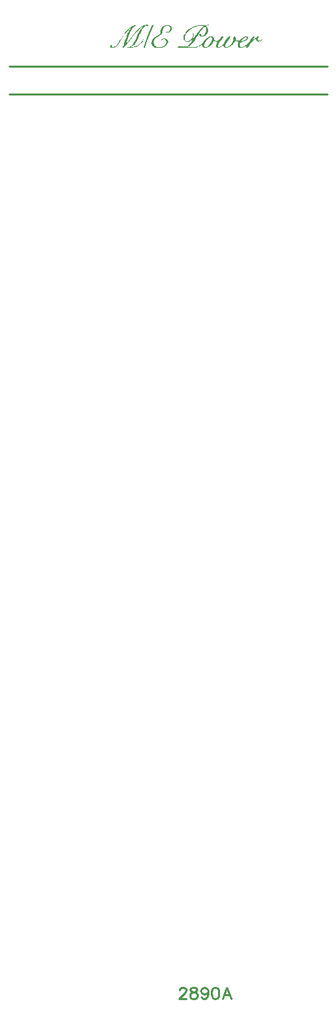
<source format=gto>
G04 Layer: TopSilkscreenLayer*
G04 EasyEDA v6.5.29, 2023-07-18 11:26:45*
G04 dee4f192ebb34c66a732ff03969ef4b9,5a6b42c53f6a479593ecc07194224c93,10*
G04 Gerber Generator version 0.2*
G04 Scale: 100 percent, Rotated: No, Reflected: No *
G04 Dimensions in millimeters *
G04 leading zeros omitted , absolute positions ,4 integer and 5 decimal *
%FSLAX45Y45*%
%MOMM*%

%ADD10C,0.2540*%

%LPD*%
G36*
X2544622Y12710160D02*
G01*
X2537256Y12708229D01*
X2523998Y12703657D01*
X2514295Y12700609D01*
X2506370Y12699187D01*
X2499258Y12699238D01*
X2488336Y12701524D01*
X2479294Y12702692D01*
X2468473Y12703251D01*
X2456281Y12703149D01*
X2443175Y12702489D01*
X2429560Y12701219D01*
X2415844Y12699492D01*
X2402484Y12697307D01*
X2389835Y12694615D01*
X2378405Y12691618D01*
X2366619Y12687554D01*
X2353564Y12682270D01*
X2340914Y12676378D01*
X2328621Y12669926D01*
X2316886Y12662916D01*
X2305608Y12655499D01*
X2294940Y12647625D01*
X2284882Y12639395D01*
X2275484Y12630810D01*
X2266797Y12622022D01*
X2258872Y12612979D01*
X2251811Y12603784D01*
X2245563Y12594488D01*
X2240280Y12585090D01*
X2237943Y12580416D01*
X2234133Y12571018D01*
X2232558Y12566345D01*
X2231288Y12561671D01*
X2229561Y12552426D01*
X2229002Y12543383D01*
X2229205Y12537592D01*
X2229815Y12532156D01*
X2230780Y12527026D01*
X2232101Y12522200D01*
X2233777Y12517780D01*
X2235708Y12513614D01*
X2237994Y12509855D01*
X2240584Y12506350D01*
X2243378Y12503251D01*
X2246426Y12500406D01*
X2249728Y12497968D01*
X2253234Y12495834D01*
X2256891Y12494006D01*
X2260752Y12492532D01*
X2264714Y12491364D01*
X2268829Y12490551D01*
X2273096Y12490094D01*
X2277414Y12489942D01*
X2281783Y12490094D01*
X2286254Y12490602D01*
X2290724Y12491466D01*
X2295245Y12492634D01*
X2299766Y12494107D01*
X2304237Y12495936D01*
X2308656Y12498120D01*
X2313076Y12500610D01*
X2317394Y12503404D01*
X2321560Y12506553D01*
X2325674Y12510058D01*
X2329637Y12513868D01*
X2333447Y12517983D01*
X2337104Y12522454D01*
X2340559Y12527280D01*
X2343810Y12532410D01*
X2346807Y12537897D01*
X2349550Y12543688D01*
X2352446Y12551257D01*
X2354681Y12559639D01*
X2356358Y12568224D01*
X2357374Y12576606D01*
X2357678Y12584176D01*
X2357221Y12590424D01*
X2356002Y12594945D01*
X2353919Y12597130D01*
X2351786Y12596825D01*
X2350363Y12594031D01*
X2349500Y12588544D01*
X2348992Y12574066D01*
X2348280Y12568021D01*
X2347061Y12562078D01*
X2345436Y12556185D01*
X2343404Y12550444D01*
X2340965Y12544856D01*
X2338171Y12539472D01*
X2335022Y12534239D01*
X2331567Y12529312D01*
X2327808Y12524638D01*
X2323846Y12520218D01*
X2319578Y12516205D01*
X2315159Y12512497D01*
X2310485Y12509144D01*
X2305710Y12506248D01*
X2300732Y12503810D01*
X2295652Y12501829D01*
X2290521Y12500305D01*
X2285288Y12499340D01*
X2280056Y12498933D01*
X2273960Y12499035D01*
X2268575Y12499594D01*
X2263851Y12500660D01*
X2259838Y12502235D01*
X2256434Y12504470D01*
X2253589Y12507315D01*
X2251252Y12510820D01*
X2249474Y12515088D01*
X2248204Y12520066D01*
X2247341Y12525857D01*
X2246934Y12532512D01*
X2246833Y12540081D01*
X2247493Y12551410D01*
X2249119Y12562230D01*
X2250338Y12567412D01*
X2251811Y12572492D01*
X2253589Y12577521D01*
X2257907Y12587325D01*
X2263495Y12596926D01*
X2266746Y12601651D01*
X2274265Y12611150D01*
X2278481Y12615926D01*
X2288082Y12625527D01*
X2299055Y12635433D01*
X2309774Y12644120D01*
X2319578Y12651079D01*
X2330145Y12657734D01*
X2341321Y12663932D01*
X2352954Y12669723D01*
X2364994Y12675057D01*
X2377236Y12679883D01*
X2389682Y12684150D01*
X2402078Y12687808D01*
X2414371Y12690906D01*
X2426462Y12693294D01*
X2438196Y12695072D01*
X2449474Y12696088D01*
X2460142Y12696342D01*
X2470150Y12695834D01*
X2479294Y12694462D01*
X2483561Y12693446D01*
X2487777Y12691922D01*
X2488285Y12689840D01*
X2484577Y12686182D01*
X2467203Y12673177D01*
X2461361Y12668199D01*
X2455468Y12662763D01*
X2449474Y12656667D01*
X2443276Y12649911D01*
X2436723Y12642342D01*
X2429814Y12633807D01*
X2414574Y12613690D01*
X2396794Y12588697D01*
X2350668Y12520879D01*
X2338984Y12504166D01*
X2328164Y12489180D01*
X2318258Y12475921D01*
X2309164Y12464288D01*
X2300833Y12454331D01*
X2293315Y12445949D01*
X2286558Y12439091D01*
X2280462Y12433757D01*
X2275027Y12429896D01*
X2270252Y12427458D01*
X2268118Y12426797D01*
X2265426Y12426442D01*
X2255926Y12426645D01*
X2242210Y12427864D01*
X2225954Y12429896D01*
X2207260Y12432741D01*
X2190292Y12434824D01*
X2177592Y12435636D01*
X2172716Y12435535D01*
X2168804Y12435078D01*
X2165756Y12434316D01*
X2161641Y12432334D01*
X2158390Y12429591D01*
X2156002Y12426442D01*
X2154631Y12423038D01*
X2154275Y12419736D01*
X2155088Y12416739D01*
X2157018Y12414300D01*
X2160219Y12412675D01*
X2168093Y12412116D01*
X2186025Y12411659D01*
X2211933Y12411405D01*
X2270506Y12411456D01*
X2392476Y12412319D01*
X2423160Y12426848D01*
X2434183Y12432639D01*
X2444597Y12438583D01*
X2453132Y12443968D01*
X2469489Y12456261D01*
X2469489Y12445085D01*
X2469737Y12443002D01*
X2495804Y12443002D01*
X2496058Y12448286D01*
X2496820Y12453772D01*
X2498039Y12459462D01*
X2499715Y12465253D01*
X2501798Y12471095D01*
X2504287Y12477038D01*
X2510231Y12488926D01*
X2517394Y12500559D01*
X2521305Y12506198D01*
X2525420Y12511633D01*
X2534158Y12521844D01*
X2538679Y12526568D01*
X2543302Y12530886D01*
X2547975Y12534900D01*
X2552700Y12538506D01*
X2557373Y12541605D01*
X2561996Y12544298D01*
X2566568Y12546431D01*
X2571038Y12548006D01*
X2575356Y12548971D01*
X2579522Y12549276D01*
X2584450Y12548819D01*
X2588209Y12547346D01*
X2591054Y12544755D01*
X2593035Y12541046D01*
X2594102Y12537084D01*
X2594508Y12532614D01*
X2594406Y12527737D01*
X2593695Y12522454D01*
X2592527Y12516866D01*
X2590850Y12511024D01*
X2588717Y12504928D01*
X2586228Y12498730D01*
X2583383Y12492380D01*
X2576626Y12479629D01*
X2572867Y12473330D01*
X2564688Y12461138D01*
X2560320Y12455347D01*
X2555849Y12449860D01*
X2551226Y12444730D01*
X2546604Y12440005D01*
X2541981Y12435687D01*
X2537307Y12431928D01*
X2532735Y12428728D01*
X2528214Y12426137D01*
X2523845Y12424257D01*
X2519629Y12423089D01*
X2512923Y12422073D01*
X2507538Y12421768D01*
X2503373Y12422428D01*
X2500274Y12424054D01*
X2498090Y12426848D01*
X2496718Y12430810D01*
X2496007Y12436195D01*
X2495804Y12443002D01*
X2469737Y12443002D01*
X2470099Y12439954D01*
X2471775Y12434265D01*
X2474264Y12428677D01*
X2477262Y12423952D01*
X2482037Y12418771D01*
X2487371Y12415774D01*
X2494788Y12414402D01*
X2505964Y12414046D01*
X2516276Y12414554D01*
X2521204Y12415215D01*
X2525979Y12416129D01*
X2535224Y12418771D01*
X2539695Y12420498D01*
X2544064Y12422530D01*
X2548534Y12424918D01*
X2553106Y12427712D01*
X2557780Y12430912D01*
X2567279Y12438278D01*
X2576626Y12446711D01*
X2585567Y12455855D01*
X2593746Y12465354D01*
X2600807Y12474905D01*
X2606446Y12484201D01*
X2608630Y12488621D01*
X2617216Y12507620D01*
X2626512Y12500305D01*
X2631440Y12497257D01*
X2637332Y12494971D01*
X2643886Y12493498D01*
X2650642Y12492939D01*
X2665476Y12492939D01*
X2657449Y12479934D01*
X2653487Y12473076D01*
X2650286Y12466523D01*
X2647797Y12460224D01*
X2646019Y12454229D01*
X2645003Y12448438D01*
X2644749Y12442850D01*
X2645156Y12437414D01*
X2646273Y12432182D01*
X2647950Y12427051D01*
X2649880Y12422936D01*
X2652166Y12419787D01*
X2655062Y12417450D01*
X2658719Y12415875D01*
X2663342Y12414808D01*
X2669133Y12414300D01*
X2676245Y12414097D01*
X2682748Y12414351D01*
X2688640Y12415164D01*
X2694178Y12416688D01*
X2699664Y12419076D01*
X2705303Y12422428D01*
X2711399Y12426899D01*
X2718206Y12432639D01*
X2740050Y12453162D01*
X2740050Y12441123D01*
X2740456Y12436043D01*
X2741625Y12431471D01*
X2743606Y12427356D01*
X2746248Y12423749D01*
X2749499Y12420701D01*
X2753410Y12418161D01*
X2757830Y12416129D01*
X2762758Y12414707D01*
X2768142Y12413792D01*
X2773934Y12413488D01*
X2780080Y12413742D01*
X2786532Y12414605D01*
X2793238Y12416078D01*
X2800146Y12418161D01*
X2807258Y12420854D01*
X2814421Y12424206D01*
X2818688Y12426594D01*
X2823362Y12429642D01*
X2833827Y12437516D01*
X2845003Y12447117D01*
X2856230Y12457684D01*
X2866745Y12468504D01*
X2875838Y12478816D01*
X2879598Y12483592D01*
X2882747Y12488011D01*
X2885135Y12491923D01*
X2888945Y12500305D01*
X2891282Y12502388D01*
X2895041Y12501778D01*
X2901391Y12498730D01*
X2906623Y12496495D01*
X2911951Y12494869D01*
X2964789Y12494869D01*
X2965653Y12497460D01*
X2967736Y12501219D01*
X2970784Y12505842D01*
X2974644Y12511125D01*
X2983839Y12522403D01*
X2993644Y12533071D01*
X2998266Y12537541D01*
X3002381Y12541046D01*
X3005836Y12543383D01*
X3016351Y12547803D01*
X3025038Y12549124D01*
X3030982Y12547244D01*
X3033115Y12542316D01*
X3032455Y12537643D01*
X3030474Y12532868D01*
X3027172Y12528042D01*
X3022701Y12523114D01*
X3017012Y12518237D01*
X3010204Y12513411D01*
X3002280Y12508636D01*
X2993339Y12504064D01*
X2983585Y12499644D01*
X2975051Y12496190D01*
X2968650Y12494107D01*
X2965348Y12493650D01*
X2964789Y12494869D01*
X2911951Y12494869D01*
X2918714Y12493396D01*
X2924048Y12492939D01*
X2930550Y12492786D01*
X2933293Y12491770D01*
X2932836Y12489027D01*
X2929636Y12483846D01*
X2927146Y12478766D01*
X2924810Y12471552D01*
X2922930Y12463221D01*
X2921660Y12454737D01*
X2920949Y12444120D01*
X2921508Y12436500D01*
X2923692Y12430404D01*
X2927807Y12424410D01*
X2932887Y12418872D01*
X2938475Y12415723D01*
X2946704Y12414351D01*
X2959557Y12414046D01*
X2965704Y12414250D01*
X2971698Y12414758D01*
X2977540Y12415621D01*
X2983331Y12416891D01*
X2989072Y12418568D01*
X2994812Y12420701D01*
X3000654Y12423241D01*
X3006547Y12426238D01*
X3012643Y12429693D01*
X3018891Y12433655D01*
X3025394Y12438176D01*
X3045510Y12453366D01*
X3036671Y12436652D01*
X3033877Y12432385D01*
X3031337Y12429083D01*
X3027934Y12425883D01*
X3026714Y12423902D01*
X3025902Y12421616D01*
X3025597Y12419228D01*
X3026308Y12416637D01*
X3028645Y12415113D01*
X3032912Y12414504D01*
X3039414Y12414758D01*
X3046984Y12415926D01*
X3052368Y12418618D01*
X3056940Y12423749D01*
X3066186Y12439954D01*
X3071164Y12448082D01*
X3076295Y12455956D01*
X3080969Y12462459D01*
X3087319Y12470180D01*
X3096006Y12479731D01*
X3106115Y12490348D01*
X3116884Y12501168D01*
X3127502Y12511481D01*
X3137103Y12520371D01*
X3144824Y12527026D01*
X3147771Y12529312D01*
X3149955Y12530683D01*
X3153765Y12532360D01*
X3155950Y12531953D01*
X3156915Y12528956D01*
X3157118Y12522962D01*
X3157778Y12517526D01*
X3159658Y12512192D01*
X3162503Y12507112D01*
X3166211Y12502540D01*
X3170529Y12498628D01*
X3175304Y12495631D01*
X3180384Y12493650D01*
X3185515Y12492939D01*
X3190646Y12493396D01*
X3196234Y12494615D01*
X3202076Y12496546D01*
X3207969Y12499086D01*
X3213760Y12502184D01*
X3219246Y12505740D01*
X3224326Y12509652D01*
X3228746Y12513818D01*
X3232099Y12517729D01*
X3233928Y12520523D01*
X3234283Y12522149D01*
X3233267Y12522708D01*
X3230981Y12522098D01*
X3227476Y12520371D01*
X3222904Y12517577D01*
X3217265Y12513614D01*
X3211118Y12509703D01*
X3204819Y12506807D01*
X3198622Y12504978D01*
X3192830Y12504166D01*
X3187598Y12504470D01*
X3183178Y12505842D01*
X3179826Y12508280D01*
X3177794Y12511786D01*
X3177133Y12515748D01*
X3177286Y12520625D01*
X3178149Y12526060D01*
X3179622Y12531699D01*
X3181553Y12537186D01*
X3183890Y12542215D01*
X3186480Y12546431D01*
X3193592Y12554102D01*
X3194253Y12557607D01*
X3191357Y12559792D01*
X3184906Y12560604D01*
X3182061Y12560300D01*
X3178860Y12559436D01*
X3175254Y12558014D01*
X3171240Y12555982D01*
X3162147Y12550292D01*
X3151581Y12542316D01*
X3139541Y12532106D01*
X3119221Y12513310D01*
X3113532Y12508534D01*
X3109671Y12505791D01*
X3108299Y12505588D01*
X3109468Y12508382D01*
X3112719Y12513868D01*
X3117494Y12521184D01*
X3129127Y12537948D01*
X3133953Y12545364D01*
X3137154Y12550952D01*
X3138322Y12553899D01*
X3137255Y12555118D01*
X3134309Y12555931D01*
X3129889Y12556286D01*
X3124504Y12556134D01*
X3120136Y12555626D01*
X3116529Y12554712D01*
X3113278Y12553238D01*
X3110179Y12550800D01*
X3106928Y12547244D01*
X3103270Y12542215D01*
X3085439Y12514173D01*
X3076600Y12502032D01*
X3067253Y12490500D01*
X3057499Y12479629D01*
X3047492Y12469469D01*
X3037332Y12460071D01*
X3027121Y12451588D01*
X3017012Y12444069D01*
X3007156Y12437567D01*
X2997657Y12432182D01*
X2988614Y12428016D01*
X2980182Y12425070D01*
X2976219Y12424105D01*
X2972511Y12423495D01*
X2968955Y12423241D01*
X2965653Y12423343D01*
X2962605Y12423851D01*
X2959811Y12424714D01*
X2957322Y12425934D01*
X2955137Y12427610D01*
X2953207Y12429693D01*
X2951632Y12432233D01*
X2950413Y12435128D01*
X2949549Y12438532D01*
X2949092Y12443561D01*
X2949244Y12450216D01*
X2950006Y12457531D01*
X2951226Y12464745D01*
X2952445Y12470130D01*
X2953664Y12474346D01*
X2955290Y12477597D01*
X2957525Y12480188D01*
X2960827Y12482372D01*
X2965399Y12484506D01*
X2996946Y12495530D01*
X3004718Y12498578D01*
X3011932Y12501676D01*
X3024733Y12507925D01*
X3035350Y12514275D01*
X3039821Y12517475D01*
X3043732Y12520676D01*
X3047136Y12523927D01*
X3049930Y12527127D01*
X3052165Y12530378D01*
X3053842Y12533630D01*
X3054959Y12536881D01*
X3055518Y12540132D01*
X3055518Y12543383D01*
X3054908Y12546584D01*
X3053740Y12549835D01*
X3052013Y12553086D01*
X3049320Y12555524D01*
X3044799Y12557252D01*
X3038500Y12558217D01*
X3030220Y12558420D01*
X3024581Y12558064D01*
X3018688Y12557048D01*
X3012592Y12555474D01*
X3006293Y12553340D01*
X2999892Y12550648D01*
X2993440Y12547498D01*
X2986989Y12543840D01*
X2980537Y12539776D01*
X2974238Y12535255D01*
X2968040Y12530328D01*
X2962046Y12525095D01*
X2947873Y12511430D01*
X2941066Y12506807D01*
X2933852Y12504775D01*
X2924352Y12504369D01*
X2916326Y12504674D01*
X2909874Y12505588D01*
X2904794Y12507264D01*
X2900984Y12509855D01*
X2898292Y12513513D01*
X2896565Y12518288D01*
X2895600Y12524435D01*
X2894990Y12540843D01*
X2893771Y12547396D01*
X2891637Y12552121D01*
X2888386Y12555474D01*
X2882747Y12559131D01*
X2878480Y12560198D01*
X2874568Y12558725D01*
X2869793Y12554559D01*
X2867355Y12551410D01*
X2865983Y12548006D01*
X2865678Y12544348D01*
X2867507Y12536170D01*
X2867964Y12531496D01*
X2867914Y12526518D01*
X2867355Y12521184D01*
X2866237Y12515646D01*
X2864713Y12509906D01*
X2862681Y12503962D01*
X2860294Y12497917D01*
X2857449Y12491821D01*
X2854198Y12485674D01*
X2850642Y12479528D01*
X2846730Y12473432D01*
X2842564Y12467437D01*
X2833319Y12455906D01*
X2828290Y12450419D01*
X2823108Y12445238D01*
X2817723Y12440361D01*
X2812135Y12435840D01*
X2806446Y12431725D01*
X2798826Y12427204D01*
X2791358Y12424054D01*
X2784297Y12422225D01*
X2777896Y12421717D01*
X2772359Y12422581D01*
X2767939Y12424765D01*
X2764840Y12428270D01*
X2763367Y12433046D01*
X2763520Y12438176D01*
X2764790Y12445085D01*
X2766974Y12452807D01*
X2769870Y12460528D01*
X2773680Y12468148D01*
X2779522Y12478410D01*
X2786786Y12490500D01*
X2803499Y12516307D01*
X2811729Y12528296D01*
X2819095Y12538405D01*
X2825038Y12545872D01*
X2829153Y12551410D01*
X2829204Y12554762D01*
X2824683Y12556388D01*
X2815132Y12556845D01*
X2810154Y12556744D01*
X2806090Y12556185D01*
X2802483Y12554762D01*
X2798876Y12552019D01*
X2794863Y12547549D01*
X2789936Y12540894D01*
X2764739Y12502997D01*
X2754528Y12488316D01*
X2744876Y12475159D01*
X2735834Y12463576D01*
X2727248Y12453467D01*
X2719222Y12444780D01*
X2711602Y12437567D01*
X2704439Y12431725D01*
X2697632Y12427254D01*
X2694381Y12425476D01*
X2688082Y12422987D01*
X2685084Y12422225D01*
X2679242Y12421565D01*
X2675229Y12421920D01*
X2672080Y12422987D01*
X2669743Y12424867D01*
X2668219Y12427559D01*
X2667457Y12431115D01*
X2667457Y12435687D01*
X2668219Y12441224D01*
X2669692Y12447879D01*
X2672334Y12455956D01*
X2674264Y12460325D01*
X2676601Y12464948D01*
X2682798Y12475311D01*
X2686710Y12481204D01*
X2696464Y12494666D01*
X2709062Y12510973D01*
X2721254Y12526264D01*
X2729636Y12537236D01*
X2735986Y12546126D01*
X2739542Y12551867D01*
X2740050Y12553188D01*
X2738983Y12554610D01*
X2736189Y12555778D01*
X2732074Y12556540D01*
X2726994Y12556845D01*
X2722981Y12556642D01*
X2719476Y12556032D01*
X2716174Y12554813D01*
X2712872Y12552730D01*
X2709265Y12549632D01*
X2705150Y12545314D01*
X2700223Y12539624D01*
X2689199Y12526111D01*
X2684475Y12520777D01*
X2680106Y12516256D01*
X2676042Y12512446D01*
X2672130Y12509398D01*
X2668371Y12506960D01*
X2664612Y12505080D01*
X2660904Y12503708D01*
X2653944Y12502184D01*
X2647492Y12501829D01*
X2641549Y12502642D01*
X2636164Y12504572D01*
X2631440Y12507620D01*
X2627426Y12511735D01*
X2624175Y12516866D01*
X2621737Y12523012D01*
X2619298Y12530632D01*
X2616758Y12536982D01*
X2614066Y12542316D01*
X2611069Y12546634D01*
X2607665Y12550140D01*
X2603754Y12552984D01*
X2599232Y12555270D01*
X2594000Y12557099D01*
X2589733Y12558166D01*
X2585262Y12558725D01*
X2580690Y12558928D01*
X2575915Y12558674D01*
X2571038Y12558064D01*
X2566060Y12557048D01*
X2560980Y12555626D01*
X2555798Y12553899D01*
X2550617Y12551816D01*
X2540203Y12546634D01*
X2534970Y12543586D01*
X2529789Y12540234D01*
X2524658Y12536576D01*
X2514650Y12528499D01*
X2509824Y12524079D01*
X2500528Y12514529D01*
X2496108Y12509398D01*
X2487930Y12498628D01*
X2484170Y12492990D01*
X2478024Y12482779D01*
X2471826Y12474295D01*
X2468321Y12470180D01*
X2460599Y12462256D01*
X2451963Y12454839D01*
X2447340Y12451283D01*
X2437485Y12444679D01*
X2426970Y12438684D01*
X2415794Y12433401D01*
X2404110Y12428829D01*
X2398115Y12426797D01*
X2385771Y12423444D01*
X2374442Y12421362D01*
X2360472Y12419787D01*
X2345029Y12418669D01*
X2329230Y12418110D01*
X2314244Y12418060D01*
X2301240Y12418517D01*
X2291334Y12419634D01*
X2287879Y12420396D01*
X2285644Y12421311D01*
X2283764Y12423190D01*
X2284374Y12425172D01*
X2287676Y12427508D01*
X2297226Y12431979D01*
X2300884Y12434112D01*
X2309063Y12439954D01*
X2313533Y12443510D01*
X2323033Y12451994D01*
X2333193Y12461798D01*
X2343607Y12472822D01*
X2354173Y12484709D01*
X2364536Y12497155D01*
X2374493Y12510008D01*
X2383739Y12522911D01*
X2393086Y12537033D01*
X2408834Y12562027D01*
X2412593Y12568631D01*
X2413660Y12571577D01*
X2417368Y12578181D01*
X2453944Y12632842D01*
X2464308Y12646812D01*
X2474772Y12659461D01*
X2479598Y12664846D01*
X2483967Y12669316D01*
X2487726Y12672720D01*
X2504186Y12686182D01*
X2511704Y12676936D01*
X2514193Y12672872D01*
X2516124Y12667843D01*
X2517495Y12661950D01*
X2518257Y12655346D01*
X2518460Y12648285D01*
X2518105Y12640767D01*
X2517241Y12633096D01*
X2515819Y12625273D01*
X2513888Y12617602D01*
X2511501Y12610185D01*
X2508554Y12603124D01*
X2505202Y12596622D01*
X2501696Y12591084D01*
X2497937Y12586004D01*
X2494026Y12581432D01*
X2490012Y12577368D01*
X2485948Y12573812D01*
X2481884Y12570815D01*
X2477922Y12568428D01*
X2474061Y12566650D01*
X2470454Y12565481D01*
X2467102Y12564973D01*
X2464054Y12565126D01*
X2461463Y12566040D01*
X2459278Y12567666D01*
X2457653Y12570053D01*
X2456586Y12573203D01*
X2455672Y12581737D01*
X2454300Y12586055D01*
X2452319Y12589611D01*
X2449931Y12591999D01*
X2445359Y12593624D01*
X2441143Y12593066D01*
X2437485Y12590576D01*
X2434590Y12586665D01*
X2432659Y12581737D01*
X2431999Y12576200D01*
X2432812Y12570409D01*
X2435250Y12564872D01*
X2438095Y12562382D01*
X2442870Y12560350D01*
X2449118Y12558877D01*
X2456383Y12557963D01*
X2464206Y12557607D01*
X2472131Y12557963D01*
X2479751Y12558928D01*
X2486558Y12560655D01*
X2490825Y12562332D01*
X2495499Y12564770D01*
X2500477Y12567818D01*
X2505608Y12571374D01*
X2515971Y12579604D01*
X2520950Y12584074D01*
X2529941Y12593269D01*
X2533700Y12597841D01*
X2536850Y12602159D01*
X2539288Y12606223D01*
X2541727Y12611963D01*
X2543403Y12618262D01*
X2544419Y12625019D01*
X2544775Y12632080D01*
X2544470Y12639294D01*
X2543556Y12646507D01*
X2542032Y12653619D01*
X2539949Y12660477D01*
X2537307Y12666929D01*
X2534158Y12672771D01*
X2530500Y12677952D01*
X2526385Y12682321D01*
X2521712Y12688417D01*
X2522016Y12693751D01*
X2527300Y12698171D01*
X2537409Y12701524D01*
X2541676Y12702743D01*
X2545181Y12704267D01*
X2547518Y12705892D01*
X2548382Y12707416D01*
X2547721Y12709804D01*
G37*
G36*
X1762048Y12708382D02*
G01*
X1753514Y12707975D01*
X1744268Y12706654D01*
X1739087Y12705537D01*
X1728165Y12702184D01*
X1716735Y12697612D01*
X1705000Y12691821D01*
X1693011Y12684963D01*
X1681073Y12677140D01*
X1669288Y12668402D01*
X1657857Y12658902D01*
X1646732Y12648590D01*
X1635709Y12637465D01*
X1624126Y12624612D01*
X1610918Y12608864D01*
X1595170Y12589002D01*
X1575866Y12563906D01*
X1528876Y12501321D01*
X1511350Y12479020D01*
X1503984Y12470028D01*
X1498041Y12463272D01*
X1494028Y12459157D01*
X1483512Y12449759D01*
X1490472Y12461189D01*
X1493367Y12466929D01*
X1500784Y12483998D01*
X1509826Y12507061D01*
X1519885Y12534341D01*
X1535684Y12580264D01*
X1541576Y12596418D01*
X1547622Y12611404D01*
X1553819Y12625120D01*
X1560118Y12637617D01*
X1566621Y12648946D01*
X1573225Y12659004D01*
X1580032Y12667945D01*
X1586992Y12675666D01*
X1594104Y12682220D01*
X1601419Y12687604D01*
X1608886Y12691821D01*
X1617776Y12695834D01*
X1622044Y12698425D01*
X1625295Y12700965D01*
X1627378Y12703251D01*
X1628190Y12705080D01*
X1627530Y12706248D01*
X1625244Y12706502D01*
X1621180Y12705689D01*
X1599438Y12699898D01*
X1594713Y12698425D01*
X1589278Y12696291D01*
X1576781Y12690348D01*
X1563065Y12682728D01*
X1549247Y12674041D01*
X1542643Y12669570D01*
X1530756Y12660630D01*
X1522577Y12653416D01*
X1516126Y12647117D01*
X1509572Y12640259D01*
X1502816Y12632740D01*
X1495806Y12624460D01*
X1488592Y12615519D01*
X1473352Y12595199D01*
X1456791Y12571526D01*
X1438757Y12544145D01*
X1408938Y12496698D01*
X1399692Y12482728D01*
X1390599Y12470231D01*
X1381709Y12459106D01*
X1373022Y12449454D01*
X1364538Y12441275D01*
X1356309Y12434519D01*
X1352245Y12431674D01*
X1348282Y12429236D01*
X1344371Y12427153D01*
X1340510Y12425426D01*
X1336700Y12424105D01*
X1332992Y12423140D01*
X1329334Y12422530D01*
X1319987Y12421666D01*
X1315364Y12422276D01*
X1314145Y12425172D01*
X1315516Y12436144D01*
X1314907Y12440259D01*
X1313129Y12443714D01*
X1310081Y12446558D01*
X1304086Y12450368D01*
X1299667Y12451080D01*
X1295704Y12448438D01*
X1291132Y12442240D01*
X1287932Y12436856D01*
X1286865Y12432842D01*
X1287932Y12428829D01*
X1291132Y12423444D01*
X1295146Y12418466D01*
X1300226Y12415621D01*
X1308303Y12414351D01*
X1321308Y12414046D01*
X1334922Y12414453D01*
X1340053Y12415113D01*
X1344523Y12416332D01*
X1348790Y12418161D01*
X1353261Y12420854D01*
X1358290Y12424410D01*
X1367586Y12431725D01*
X1373936Y12437313D01*
X1380134Y12443409D01*
X1386433Y12450216D01*
X1392885Y12458039D01*
X1399692Y12467031D01*
X1407109Y12477496D01*
X1415237Y12489586D01*
X1434388Y12519710D01*
X1444294Y12535814D01*
X1461719Y12562890D01*
X1478635Y12587478D01*
X1486814Y12598755D01*
X1494840Y12609372D01*
X1502664Y12619278D01*
X1510284Y12628473D01*
X1517650Y12636957D01*
X1524812Y12644678D01*
X1531721Y12651587D01*
X1538376Y12657785D01*
X1544726Y12663119D01*
X1550822Y12667691D01*
X1556562Y12671399D01*
X1559356Y12672923D01*
X1563522Y12674650D01*
X1563827Y12673177D01*
X1559915Y12667945D01*
X1548333Y12654686D01*
X1542084Y12646660D01*
X1536039Y12637922D01*
X1530248Y12628372D01*
X1524609Y12618008D01*
X1519174Y12606680D01*
X1513890Y12594437D01*
X1508709Y12581229D01*
X1503680Y12567005D01*
X1498752Y12551714D01*
X1487982Y12516104D01*
X1478686Y12486335D01*
X1471015Y12463678D01*
X1467713Y12454737D01*
X1464716Y12447320D01*
X1461973Y12441174D01*
X1453438Y12425222D01*
X1451508Y12418923D01*
X1452575Y12415266D01*
X1456588Y12414046D01*
X1457960Y12414351D01*
X1462074Y12416688D01*
X1467713Y12421108D01*
X1474724Y12427305D01*
X1482750Y12435078D01*
X1491640Y12444120D01*
X1501038Y12454128D01*
X1510792Y12464897D01*
X1530146Y12487554D01*
X1539290Y12498933D01*
X1547723Y12509957D01*
X1567637Y12537338D01*
X1587500Y12563957D01*
X1605788Y12587427D01*
X1622704Y12608001D01*
X1638350Y12625882D01*
X1645767Y12633909D01*
X1659940Y12648133D01*
X1666697Y12654432D01*
X1673301Y12660223D01*
X1679752Y12665506D01*
X1688896Y12672466D01*
X1698853Y12679527D01*
X1705864Y12683947D01*
X1708150Y12685115D01*
X1709623Y12685572D01*
X1710232Y12685318D01*
X1709877Y12684302D01*
X1706270Y12679984D01*
X1696974Y12670536D01*
X1684274Y12656159D01*
X1679092Y12649555D01*
X1674114Y12642138D01*
X1667967Y12631724D01*
X1661058Y12619228D01*
X1653895Y12605664D01*
X1647088Y12592050D01*
X1641043Y12579350D01*
X1636268Y12568529D01*
X1630172Y12552019D01*
X1624939Y12539980D01*
X1610715Y12510211D01*
X1602892Y12494869D01*
X1595424Y12480798D01*
X1588871Y12469215D01*
X1583842Y12461392D01*
X1579270Y12455296D01*
X1574698Y12449759D01*
X1570075Y12444730D01*
X1565402Y12440259D01*
X1560728Y12436297D01*
X1556054Y12432893D01*
X1551330Y12429998D01*
X1546555Y12427661D01*
X1541780Y12425832D01*
X1536954Y12424511D01*
X1532128Y12423698D01*
X1520088Y12423140D01*
X1514348Y12422174D01*
X1510385Y12420701D01*
X1508506Y12418771D01*
X1508760Y12417704D01*
X1510284Y12416739D01*
X1512925Y12415926D01*
X1516481Y12415266D01*
X1526184Y12414351D01*
X1538274Y12413996D01*
X1551787Y12414148D01*
X1565757Y12414910D01*
X1579168Y12416282D01*
X1590954Y12418161D01*
X1597609Y12419685D01*
X1604264Y12421514D01*
X1610868Y12423597D01*
X1617421Y12425934D01*
X1630324Y12431318D01*
X1636623Y12434366D01*
X1648866Y12441174D01*
X1654708Y12444831D01*
X1665935Y12452756D01*
X1676247Y12461392D01*
X1681073Y12465913D01*
X1685594Y12470587D01*
X1694484Y12480798D01*
X1702917Y12491567D01*
X1710385Y12502134D01*
X1716328Y12511684D01*
X1718614Y12515850D01*
X1720291Y12519456D01*
X1721357Y12522454D01*
X1721713Y12524740D01*
X1720494Y12527229D01*
X1717141Y12525146D01*
X1712163Y12518847D01*
X1703070Y12503912D01*
X1696669Y12494260D01*
X1689658Y12485116D01*
X1682089Y12476480D01*
X1673961Y12468402D01*
X1665376Y12460884D01*
X1656334Y12453975D01*
X1646834Y12447727D01*
X1636979Y12442088D01*
X1626819Y12437160D01*
X1616354Y12432944D01*
X1605635Y12429490D01*
X1594662Y12426797D01*
X1583588Y12424867D01*
X1556359Y12422124D01*
X1578559Y12437516D01*
X1587042Y12444272D01*
X1595272Y12451740D01*
X1603146Y12459868D01*
X1610715Y12468707D01*
X1617929Y12478207D01*
X1624787Y12488367D01*
X1631340Y12499136D01*
X1637487Y12510516D01*
X1643227Y12522454D01*
X1672539Y12590322D01*
X1678432Y12602514D01*
X1685442Y12616027D01*
X1693113Y12630048D01*
X1700936Y12643764D01*
X1708454Y12656362D01*
X1715262Y12666980D01*
X1720850Y12674904D01*
X1723034Y12677546D01*
X1727860Y12682626D01*
X1732483Y12686690D01*
X1737004Y12689840D01*
X1741627Y12692075D01*
X1746504Y12693497D01*
X1751736Y12694158D01*
X1757578Y12694158D01*
X1771650Y12692735D01*
X1777390Y12692888D01*
X1781403Y12693853D01*
X1783638Y12695732D01*
X1784807Y12699288D01*
X1783740Y12702387D01*
X1780641Y12704876D01*
X1775866Y12706807D01*
X1769567Y12707975D01*
G37*
G36*
X1836928Y12703352D02*
G01*
X1832762Y12702692D01*
X1829155Y12700812D01*
X1826107Y12697663D01*
X1823516Y12693192D01*
X1815287Y12673330D01*
X1776222Y12573711D01*
X1719275Y12426391D01*
X1714195Y12412116D01*
X1714906Y12411405D01*
X1716887Y12410846D01*
X1719783Y12410440D01*
X1723339Y12410287D01*
X1728216Y12411100D01*
X1732127Y12414046D01*
X1735785Y12420041D01*
X1775155Y12520625D01*
X1808073Y12605664D01*
X1837943Y12683642D01*
X1845665Y12703352D01*
G37*
G36*
X2024075Y12702895D02*
G01*
X2011629Y12702540D01*
X2005685Y12702082D01*
X1995170Y12700508D01*
X1990902Y12699492D01*
X1984806Y12697358D01*
X1978914Y12694666D01*
X1973224Y12691465D01*
X1967839Y12687808D01*
X1962708Y12683693D01*
X1957882Y12679172D01*
X1953361Y12674244D01*
X1949246Y12669012D01*
X1945436Y12663474D01*
X1942084Y12657683D01*
X1939137Y12651638D01*
X1936648Y12645390D01*
X1934667Y12638938D01*
X1933143Y12632385D01*
X1932178Y12625730D01*
X1931212Y12604597D01*
X1930552Y12598908D01*
X1929536Y12594031D01*
X1927961Y12589764D01*
X1925828Y12586004D01*
X1922932Y12582550D01*
X1919173Y12579248D01*
X1914448Y12575946D01*
X1908708Y12572492D01*
X1874723Y12554305D01*
X1866849Y12549733D01*
X1859889Y12545364D01*
X1853793Y12541148D01*
X1848408Y12537084D01*
X1843684Y12532969D01*
X1839569Y12528854D01*
X1835962Y12524638D01*
X1832762Y12520269D01*
X1829917Y12515646D01*
X1827377Y12510719D01*
X1824532Y12504318D01*
X1822348Y12497968D01*
X1820773Y12491669D01*
X1819757Y12485420D01*
X1819300Y12479274D01*
X1819452Y12473279D01*
X1820164Y12467336D01*
X1821434Y12461595D01*
X1823313Y12456007D01*
X1825701Y12450622D01*
X1828647Y12445492D01*
X1832152Y12440513D01*
X1836166Y12435840D01*
X1840738Y12431420D01*
X1845818Y12427254D01*
X1851456Y12423444D01*
X1857349Y12419888D01*
X1862480Y12417145D01*
X1867458Y12415164D01*
X1872894Y12413792D01*
X1879396Y12412929D01*
X1887524Y12412421D01*
X1911197Y12412167D01*
X1928418Y12412268D01*
X1940915Y12412726D01*
X1945944Y12413234D01*
X1950364Y12413945D01*
X1954428Y12414910D01*
X1958339Y12416180D01*
X1966518Y12419787D01*
X1976577Y12425070D01*
X1983435Y12429032D01*
X1990089Y12433401D01*
X1996439Y12438075D01*
X2002536Y12443002D01*
X2008225Y12448133D01*
X2013457Y12453366D01*
X2018182Y12458700D01*
X2022297Y12463983D01*
X2025853Y12469266D01*
X2028698Y12474346D01*
X2030780Y12479274D01*
X2032050Y12483896D01*
X2032507Y12489738D01*
X2031898Y12495784D01*
X2030272Y12501880D01*
X2027783Y12507823D01*
X2024481Y12513360D01*
X2020468Y12518339D01*
X2015896Y12522555D01*
X2010867Y12525756D01*
X2005685Y12527788D01*
X1999589Y12529210D01*
X1992833Y12530074D01*
X1985619Y12530277D01*
X1978304Y12529921D01*
X1971090Y12528905D01*
X1964232Y12527381D01*
X1957984Y12525197D01*
X1952396Y12522250D01*
X1945843Y12517831D01*
X1938985Y12512497D01*
X1932330Y12506706D01*
X1926386Y12501016D01*
X1921865Y12495987D01*
X1919224Y12492024D01*
X1919071Y12489789D01*
X1920748Y12489942D01*
X1923999Y12491770D01*
X1928266Y12495022D01*
X1939543Y12505080D01*
X1945843Y12510008D01*
X1952040Y12514122D01*
X1958035Y12517424D01*
X1963877Y12519863D01*
X1969516Y12521539D01*
X1974951Y12522352D01*
X1980133Y12522301D01*
X1985060Y12521488D01*
X1989734Y12519761D01*
X1994052Y12517221D01*
X1998065Y12513767D01*
X2001215Y12510109D01*
X2003653Y12505944D01*
X2005431Y12501473D01*
X2006549Y12496698D01*
X2007057Y12491669D01*
X2006904Y12486436D01*
X2006193Y12481102D01*
X2004872Y12475667D01*
X2002993Y12470180D01*
X2000554Y12464745D01*
X1997608Y12459411D01*
X1994103Y12454229D01*
X1990140Y12449251D01*
X1985670Y12444526D01*
X1980742Y12440107D01*
X1975357Y12436094D01*
X1969770Y12432639D01*
X1963724Y12429591D01*
X1957374Y12426950D01*
X1950720Y12424714D01*
X1943811Y12422936D01*
X1936800Y12421565D01*
X1929739Y12420650D01*
X1922678Y12420244D01*
X1915668Y12420244D01*
X1908860Y12420803D01*
X1902307Y12421819D01*
X1896008Y12423343D01*
X1890420Y12425273D01*
X1885137Y12427458D01*
X1880209Y12430048D01*
X1875637Y12432893D01*
X1871370Y12436043D01*
X1867509Y12439497D01*
X1864004Y12443256D01*
X1860854Y12447270D01*
X1858060Y12451486D01*
X1855673Y12456007D01*
X1853641Y12460732D01*
X1852066Y12465710D01*
X1850796Y12470892D01*
X1849983Y12476276D01*
X1849577Y12481814D01*
X1849577Y12487554D01*
X1849983Y12493447D01*
X1850796Y12499492D01*
X1852066Y12505690D01*
X1853742Y12512040D01*
X1855470Y12516866D01*
X1857705Y12521539D01*
X1860499Y12526162D01*
X1863852Y12530683D01*
X1867763Y12535103D01*
X1872335Y12539472D01*
X1877517Y12543840D01*
X1883359Y12548209D01*
X1889861Y12552578D01*
X1897125Y12556998D01*
X1905101Y12561468D01*
X1920189Y12569342D01*
X1932279Y12576352D01*
X1937715Y12579756D01*
X1946503Y12586055D01*
X1949602Y12588697D01*
X1951583Y12590830D01*
X1954479Y12596418D01*
X1957374Y12604851D01*
X1959965Y12614910D01*
X1963216Y12633553D01*
X1964893Y12641173D01*
X1966975Y12648387D01*
X1969363Y12655143D01*
X1972056Y12661442D01*
X1975053Y12667284D01*
X1978355Y12672568D01*
X1981911Y12677292D01*
X1985721Y12681458D01*
X1989785Y12685064D01*
X1994052Y12687960D01*
X1998522Y12690195D01*
X2005279Y12692684D01*
X2011883Y12694412D01*
X2018284Y12695326D01*
X2024532Y12695478D01*
X2030577Y12694869D01*
X2036419Y12693497D01*
X2042160Y12691313D01*
X2047697Y12688366D01*
X2054148Y12683896D01*
X2057857Y12679375D01*
X2059533Y12673431D01*
X2059889Y12664490D01*
X2059482Y12657328D01*
X2058212Y12650470D01*
X2056180Y12644069D01*
X2053386Y12638125D01*
X2049932Y12632740D01*
X2045766Y12627864D01*
X2041093Y12623596D01*
X2035810Y12620040D01*
X2030018Y12617145D01*
X2023770Y12615011D01*
X2017115Y12613690D01*
X2004618Y12612878D01*
X2000148Y12611963D01*
X1997151Y12610642D01*
X1996033Y12608966D01*
X1997506Y12607239D01*
X2001977Y12606223D01*
X2009495Y12605918D01*
X2020011Y12606324D01*
X2026564Y12606934D01*
X2032812Y12608001D01*
X2038705Y12609423D01*
X2044344Y12611252D01*
X2049627Y12613436D01*
X2054606Y12616078D01*
X2059178Y12619024D01*
X2063445Y12622377D01*
X2067356Y12626136D01*
X2070912Y12630200D01*
X2074062Y12634671D01*
X2076805Y12639497D01*
X2079396Y12645440D01*
X2081072Y12651435D01*
X2081936Y12657480D01*
X2081885Y12663424D01*
X2081072Y12669215D01*
X2079447Y12674803D01*
X2077110Y12680086D01*
X2074011Y12685014D01*
X2070252Y12689484D01*
X2065782Y12693396D01*
X2060702Y12696698D01*
X2054961Y12699339D01*
X2051405Y12700406D01*
X2046986Y12701320D01*
X2036267Y12702489D01*
G37*
D10*
X2178558Y384047D02*
G01*
X2178558Y390905D01*
X2185415Y404368D01*
X2192274Y411226D01*
X2205736Y418084D01*
X2233168Y418084D01*
X2246629Y411226D01*
X2253488Y404368D01*
X2260345Y390905D01*
X2260345Y377189D01*
X2253488Y363473D01*
X2239772Y343154D01*
X2171700Y274828D01*
X2267204Y274828D01*
X2346197Y418084D02*
G01*
X2325877Y411226D01*
X2319020Y397510D01*
X2319020Y384047D01*
X2325877Y370331D01*
X2339340Y363473D01*
X2366772Y356615D01*
X2387091Y349757D01*
X2400808Y336295D01*
X2407665Y322579D01*
X2407665Y302260D01*
X2400808Y288544D01*
X2393950Y281686D01*
X2373629Y274828D01*
X2346197Y274828D01*
X2325877Y281686D01*
X2319020Y288544D01*
X2312161Y302260D01*
X2312161Y322579D01*
X2319020Y336295D01*
X2332481Y349757D01*
X2353056Y356615D01*
X2380234Y363473D01*
X2393950Y370331D01*
X2400808Y384047D01*
X2400808Y397510D01*
X2393950Y411226D01*
X2373629Y418084D01*
X2346197Y418084D01*
X2541270Y370331D02*
G01*
X2534411Y349757D01*
X2520695Y336295D01*
X2500375Y329437D01*
X2493518Y329437D01*
X2472943Y336295D01*
X2459481Y349757D01*
X2452624Y370331D01*
X2452624Y377189D01*
X2459481Y397510D01*
X2472943Y411226D01*
X2493518Y418084D01*
X2500375Y418084D01*
X2520695Y411226D01*
X2534411Y397510D01*
X2541270Y370331D01*
X2541270Y336295D01*
X2534411Y302260D01*
X2520695Y281686D01*
X2500375Y274828D01*
X2486659Y274828D01*
X2466340Y281686D01*
X2459481Y295402D01*
X2627122Y418084D02*
G01*
X2606802Y411226D01*
X2593086Y390905D01*
X2586227Y356615D01*
X2586227Y336295D01*
X2593086Y302260D01*
X2606802Y281686D01*
X2627122Y274828D01*
X2640838Y274828D01*
X2661158Y281686D01*
X2674874Y302260D01*
X2681731Y336295D01*
X2681731Y356615D01*
X2674874Y390905D01*
X2661158Y411226D01*
X2640838Y418084D01*
X2627122Y418084D01*
X2781300Y418084D02*
G01*
X2726690Y274828D01*
X2781300Y418084D02*
G01*
X2835909Y274828D01*
X2747263Y322579D02*
G01*
X2815336Y322579D01*
X0Y12179300D02*
G01*
X4064000Y12179300D01*
X0Y11823700D02*
G01*
X4064000Y11823700D01*
M02*

</source>
